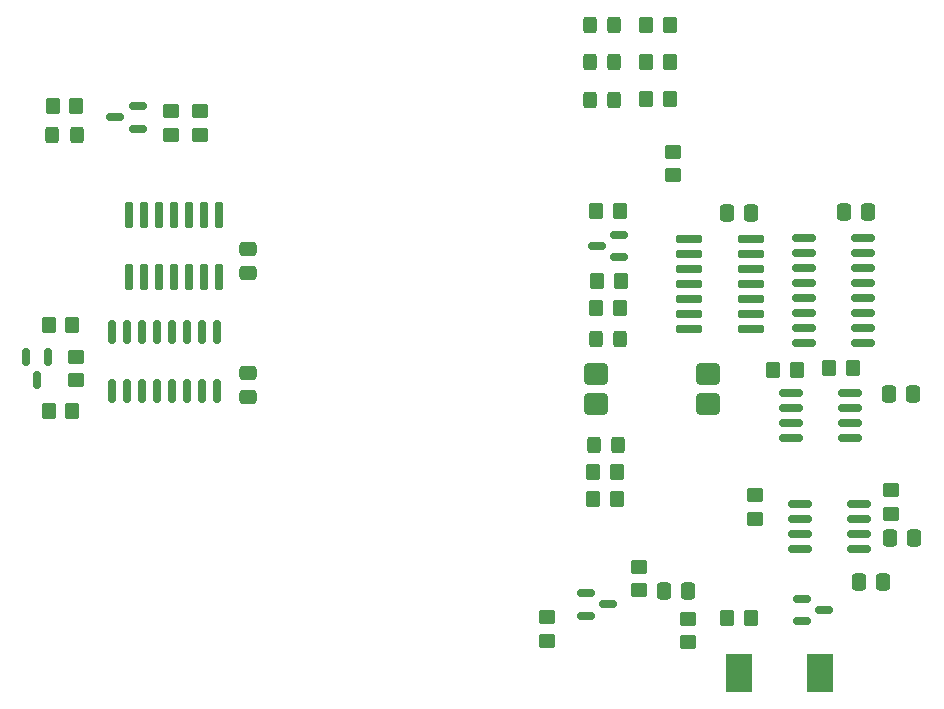
<source format=gtp>
G04 #@! TF.GenerationSoftware,KiCad,Pcbnew,9.0.1*
G04 #@! TF.CreationDate,2025-11-10T14:14:08+08:00*
G04 #@! TF.ProjectId,IMD_TSMS_latch_logic,494d445f-5453-44d5-935f-6c617463685f,rev?*
G04 #@! TF.SameCoordinates,Original*
G04 #@! TF.FileFunction,Paste,Top*
G04 #@! TF.FilePolarity,Positive*
%FSLAX46Y46*%
G04 Gerber Fmt 4.6, Leading zero omitted, Abs format (unit mm)*
G04 Created by KiCad (PCBNEW 9.0.1) date 2025-11-10 14:14:08*
%MOMM*%
%LPD*%
G01*
G04 APERTURE LIST*
G04 Aperture macros list*
%AMRoundRect*
0 Rectangle with rounded corners*
0 $1 Rounding radius*
0 $2 $3 $4 $5 $6 $7 $8 $9 X,Y pos of 4 corners*
0 Add a 4 corners polygon primitive as box body*
4,1,4,$2,$3,$4,$5,$6,$7,$8,$9,$2,$3,0*
0 Add four circle primitives for the rounded corners*
1,1,$1+$1,$2,$3*
1,1,$1+$1,$4,$5*
1,1,$1+$1,$6,$7*
1,1,$1+$1,$8,$9*
0 Add four rect primitives between the rounded corners*
20,1,$1+$1,$2,$3,$4,$5,0*
20,1,$1+$1,$4,$5,$6,$7,0*
20,1,$1+$1,$6,$7,$8,$9,0*
20,1,$1+$1,$8,$9,$2,$3,0*%
G04 Aperture macros list end*
%ADD10RoundRect,0.150000X-0.587500X-0.150000X0.587500X-0.150000X0.587500X0.150000X-0.587500X0.150000X0*%
%ADD11RoundRect,0.250000X0.450000X-0.350000X0.450000X0.350000X-0.450000X0.350000X-0.450000X-0.350000X0*%
%ADD12RoundRect,0.250000X-0.450000X0.350000X-0.450000X-0.350000X0.450000X-0.350000X0.450000X0.350000X0*%
%ADD13RoundRect,0.150000X-0.825000X-0.150000X0.825000X-0.150000X0.825000X0.150000X-0.825000X0.150000X0*%
%ADD14RoundRect,0.250000X-0.337500X-0.475000X0.337500X-0.475000X0.337500X0.475000X-0.337500X0.475000X0*%
%ADD15R,2.250000X3.180000*%
%ADD16RoundRect,0.090000X-0.210000X1.040000X-0.210000X-1.040000X0.210000X-1.040000X0.210000X1.040000X0*%
%ADD17RoundRect,0.091500X-0.213500X1.038500X-0.213500X-1.038500X0.213500X-1.038500X0.213500X1.038500X0*%
%ADD18RoundRect,0.150000X-0.150000X0.825000X-0.150000X-0.825000X0.150000X-0.825000X0.150000X0.825000X0*%
%ADD19RoundRect,0.090000X-1.040000X-0.210000X1.040000X-0.210000X1.040000X0.210000X-1.040000X0.210000X0*%
%ADD20RoundRect,0.091500X-1.038500X-0.213500X1.038500X-0.213500X1.038500X0.213500X-1.038500X0.213500X0*%
%ADD21RoundRect,0.250000X0.350000X0.450000X-0.350000X0.450000X-0.350000X-0.450000X0.350000X-0.450000X0*%
%ADD22RoundRect,0.250000X-0.350000X-0.450000X0.350000X-0.450000X0.350000X0.450000X-0.350000X0.450000X0*%
%ADD23RoundRect,0.150000X0.587500X0.150000X-0.587500X0.150000X-0.587500X-0.150000X0.587500X-0.150000X0*%
%ADD24RoundRect,0.150000X-0.150000X0.587500X-0.150000X-0.587500X0.150000X-0.587500X0.150000X0.587500X0*%
%ADD25RoundRect,0.250000X0.325000X0.450000X-0.325000X0.450000X-0.325000X-0.450000X0.325000X-0.450000X0*%
%ADD26RoundRect,0.250000X-0.475000X0.337500X-0.475000X-0.337500X0.475000X-0.337500X0.475000X0.337500X0*%
%ADD27RoundRect,0.250000X0.337500X0.475000X-0.337500X0.475000X-0.337500X-0.475000X0.337500X-0.475000X0*%
%ADD28RoundRect,0.250000X0.475000X-0.337500X0.475000X0.337500X-0.475000X0.337500X-0.475000X-0.337500X0*%
%ADD29RoundRect,0.249999X-0.750001X-0.640001X0.750001X-0.640001X0.750001X0.640001X-0.750001X0.640001X0*%
G04 APERTURE END LIST*
D10*
X139773900Y-126579500D03*
X137898900Y-127529500D03*
X137898900Y-125629500D03*
D11*
X134594600Y-127635000D03*
X134594600Y-129635000D03*
D12*
X163728400Y-116916200D03*
X163728400Y-118916200D03*
X146567400Y-127787400D03*
X146567400Y-129787400D03*
D13*
X156046400Y-118084600D03*
X156046400Y-119354600D03*
X156046400Y-120624600D03*
X156046400Y-121894600D03*
X160996400Y-121894600D03*
X160996400Y-120624600D03*
X160996400Y-119354600D03*
X160996400Y-118084600D03*
D14*
X163558400Y-108737400D03*
X165633400Y-108737400D03*
X163634600Y-120980200D03*
X165709600Y-120980200D03*
X144475200Y-125450600D03*
X146550200Y-125450600D03*
X160993000Y-124663200D03*
X163068000Y-124663200D03*
D15*
X157734600Y-132410200D03*
X150824600Y-132410200D03*
D13*
X155280000Y-108695000D03*
X155280000Y-109965000D03*
X155280000Y-111235000D03*
X155280000Y-112505000D03*
X160230000Y-112505000D03*
X160230000Y-111235000D03*
X160230000Y-109965000D03*
X160230000Y-108695000D03*
D16*
X106810000Y-93630000D03*
X105540000Y-93630000D03*
X104270000Y-93630000D03*
X103000000Y-93630000D03*
X101730000Y-93630000D03*
X100460000Y-93630000D03*
X99190000Y-93630000D03*
X99190000Y-98870000D03*
D17*
X100455000Y-98870000D03*
D16*
X101730000Y-98870000D03*
X103000000Y-98870000D03*
X104270000Y-98870000D03*
X105540000Y-98870000D03*
X106810000Y-98870000D03*
D18*
X106695000Y-103525000D03*
X105425000Y-103525000D03*
X104155000Y-103525000D03*
X102885000Y-103525000D03*
X101615000Y-103525000D03*
X100345000Y-103525000D03*
X99075000Y-103525000D03*
X97805000Y-103525000D03*
X97805000Y-108475000D03*
X99075000Y-108475000D03*
X100345000Y-108475000D03*
X101615000Y-108475000D03*
X102885000Y-108475000D03*
X104155000Y-108475000D03*
X105425000Y-108475000D03*
X106695000Y-108475000D03*
D13*
X156380000Y-95520000D03*
X156380000Y-96790000D03*
X156380000Y-98060000D03*
X156380000Y-99330000D03*
X156380000Y-100600000D03*
X156380000Y-101870000D03*
X156380000Y-103140000D03*
X156380000Y-104410000D03*
X161330000Y-104410000D03*
X161330000Y-103140000D03*
X161330000Y-101870000D03*
X161330000Y-100600000D03*
X161330000Y-99330000D03*
X161330000Y-98060000D03*
X161330000Y-96790000D03*
X161330000Y-95520000D03*
D19*
X146605000Y-95655000D03*
X146605000Y-96925000D03*
X146605000Y-98195000D03*
X146605000Y-99465000D03*
X146605000Y-100735000D03*
X146605000Y-102005000D03*
X146605000Y-103275000D03*
X151845000Y-103275000D03*
D20*
X151845000Y-102010000D03*
D19*
X151845000Y-100735000D03*
X151845000Y-99465000D03*
X151845000Y-98195000D03*
X151845000Y-96925000D03*
X151845000Y-95655000D03*
D21*
X151841200Y-127736600D03*
X149841200Y-127736600D03*
D11*
X152222200Y-119348000D03*
X152222200Y-117348000D03*
X142392400Y-125393200D03*
X142392400Y-123393200D03*
D22*
X138496800Y-117627400D03*
X140496800Y-117627400D03*
X92415000Y-110195000D03*
X94415000Y-110195000D03*
D12*
X94697500Y-105597500D03*
X94697500Y-107597500D03*
D22*
X92415000Y-102945000D03*
X94415000Y-102945000D03*
D21*
X140847500Y-99217500D03*
X138847500Y-99217500D03*
D11*
X145250000Y-90250000D03*
X145250000Y-88250000D03*
D21*
X94750000Y-84335000D03*
X92750000Y-84335000D03*
D11*
X105250000Y-86835000D03*
X105250000Y-84835000D03*
D21*
X145000000Y-77501052D03*
X143000000Y-77501052D03*
X145000000Y-80641052D03*
X143000000Y-80641052D03*
X145000000Y-83817500D03*
X143000000Y-83817500D03*
X160505000Y-106600000D03*
X158505000Y-106600000D03*
D22*
X138505000Y-115350000D03*
X140505000Y-115350000D03*
X138750000Y-101500000D03*
X140750000Y-101500000D03*
D11*
X102750000Y-86835000D03*
X102750000Y-84835000D03*
D21*
X140750000Y-93250000D03*
X138750000Y-93250000D03*
D22*
X153750000Y-106750000D03*
X155750000Y-106750000D03*
D23*
X140687500Y-97200000D03*
X140687500Y-95300000D03*
X138812500Y-96250000D03*
D10*
X156186900Y-126075400D03*
X156186900Y-127975400D03*
X158061900Y-127025400D03*
D24*
X92397500Y-105660000D03*
X90497500Y-105660000D03*
X91447500Y-107535000D03*
D23*
X99937500Y-86285000D03*
X99937500Y-84385000D03*
X98062500Y-85335000D03*
D25*
X94775000Y-86835000D03*
X92725000Y-86835000D03*
X140275000Y-77500000D03*
X138225000Y-77500000D03*
X140275000Y-80640000D03*
X138225000Y-80640000D03*
X140275000Y-83850000D03*
X138225000Y-83850000D03*
X140627500Y-113067500D03*
X138577500Y-113067500D03*
X140780000Y-104100000D03*
X138730000Y-104100000D03*
D26*
X109250000Y-106962500D03*
X109250000Y-109037500D03*
D27*
X161792500Y-93350000D03*
X159717500Y-93350000D03*
X151892500Y-93465000D03*
X149817500Y-93465000D03*
D28*
X109250000Y-98537500D03*
X109250000Y-96462500D03*
D29*
X138740000Y-107080000D03*
X138740000Y-109620000D03*
X148270000Y-109620000D03*
X148270000Y-107080000D03*
M02*

</source>
